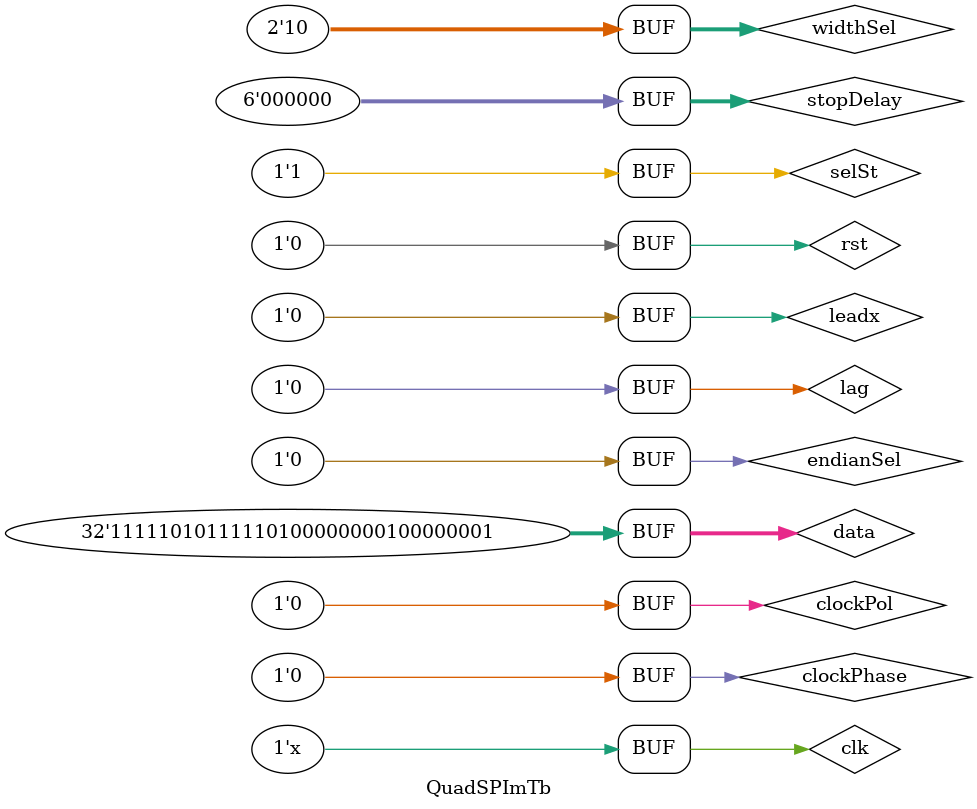
<source format=v>
`timescale 1ns / 1ps

module QuadSPImTb ();


parameter CLK_PERIOD = 8.13; // Clock period in ns

//================================================================================
//  REG/WIRE
//================================================================================
reg rst;
reg clk;

wire [31:0] data = 32'hFAFA_0101;

wire [1:0] widthSel  = 2'h2;
wire clockPol = 1'b0;
wire clockPhase = 1'b0;
wire endianSel = 1'b0;
wire lag = 1'b0;
wire leadx = 1'b0;
wire [5:0] stopDelay = 6'h0;
wire selSt = 1'b1;

reg [31:0] tbCnt;

wire start = (tbCnt>=100);


//================================================================================
//  ASSIGNMENTS
//================================================================================


//================================================================================
//  CODING
//================================================================================	

always #(CLK_PERIOD/2) clk = ~clk;

initial begin
	clk = 0;
	rst = 0;
	#40
	rst = 1;
	#100
	rst = 0;
end

always @(posedge clk) begin
	if (rst) begin
		tbCnt <= 0;
	end else begin
		tbCnt <= tbCnt+1;
	end
end

QuadSPIm QuadSPIm
(
	.Clk_i(clk),
	.Start_i(start),
	.Rst_i(rst),
	.EmptyFlag_i(1'b0),
	.SpiData_i(data),
	.Sck_o(),
	.Ss_o(),
	.Mosi0_o(),
	.Mosi1_o(),
	.Mosi2_o(),
	.Mosi3_o(),
	.WidthSel_i(widthSel),
	.PulsePol_i(clockPol),
	.ClockPhase_i(clockPhase),
	.EndianSel_i(endianSel),
	.Lag_i(lag),
	.Lead_i(leadx),
	.Stop_i(stopDelay),
	.SelSt_i(selSt),
	.Val_o()
);
			
endmodule
</source>
